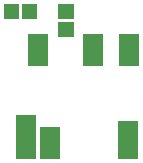
<source format=gts>
G04 #@! TF.FileFunction,Soldermask,Top*
%FSLAX46Y46*%
G04 Gerber Fmt 4.6, Leading zero omitted, Abs format (unit mm)*
G04 Created by KiCad (PCBNEW 4.0.1-stable) date 2016/01/11 17:04:36*
%MOMM*%
G01*
G04 APERTURE LIST*
%ADD10C,0.100000*%
G04 APERTURE END LIST*
D10*
G36*
X122352000Y-94830000D02*
X120682000Y-94830000D01*
X120682000Y-92144000D01*
X122352000Y-92144000D01*
X122352000Y-94830000D01*
X122352000Y-94830000D01*
G37*
G36*
X128956000Y-94830000D02*
X127286000Y-94830000D01*
X127286000Y-91636000D01*
X128956000Y-91636000D01*
X128956000Y-94830000D01*
X128956000Y-94830000D01*
G37*
G36*
X120320000Y-94830000D02*
X118650000Y-94830000D01*
X118650000Y-91128000D01*
X120320000Y-91128000D01*
X120320000Y-94830000D01*
X120320000Y-94830000D01*
G37*
G36*
X126035000Y-86956000D02*
X124365000Y-86956000D01*
X124365000Y-84270000D01*
X126035000Y-84270000D01*
X126035000Y-86956000D01*
X126035000Y-86956000D01*
G37*
G36*
X121336000Y-86956000D02*
X119666000Y-86956000D01*
X119666000Y-84270000D01*
X121336000Y-84270000D01*
X121336000Y-86956000D01*
X121336000Y-86956000D01*
G37*
G36*
X129083000Y-86956000D02*
X127413000Y-86956000D01*
X127413000Y-84270000D01*
X129083000Y-84270000D01*
X129083000Y-86956000D01*
X129083000Y-86956000D01*
G37*
G36*
X123544500Y-84556500D02*
X122255500Y-84556500D01*
X122255500Y-83267500D01*
X123544500Y-83267500D01*
X123544500Y-84556500D01*
X123544500Y-84556500D01*
G37*
G36*
X120456500Y-83044500D02*
X119167500Y-83044500D01*
X119167500Y-81755500D01*
X120456500Y-81755500D01*
X120456500Y-83044500D01*
X120456500Y-83044500D01*
G37*
G36*
X118932500Y-83044500D02*
X117643500Y-83044500D01*
X117643500Y-81755500D01*
X118932500Y-81755500D01*
X118932500Y-83044500D01*
X118932500Y-83044500D01*
G37*
G36*
X123544500Y-83032500D02*
X122255500Y-83032500D01*
X122255500Y-81743500D01*
X123544500Y-81743500D01*
X123544500Y-83032500D01*
X123544500Y-83032500D01*
G37*
M02*

</source>
